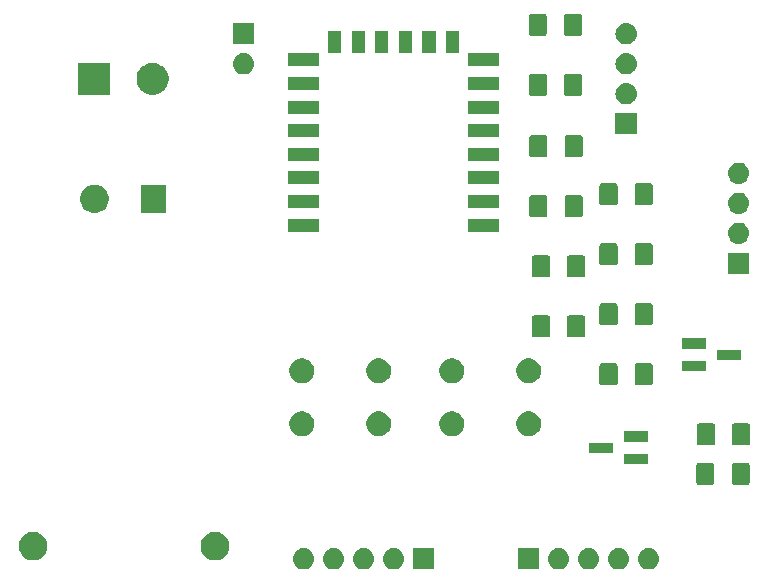
<source format=gts>
G04 #@! TF.GenerationSoftware,KiCad,Pcbnew,(5.1.2)-1*
G04 #@! TF.CreationDate,2019-12-22T13:40:19+06:00*
G04 #@! TF.ProjectId,esp12e-simple-board,65737031-3265-42d7-9369-6d706c652d62,rev?*
G04 #@! TF.SameCoordinates,Original*
G04 #@! TF.FileFunction,Soldermask,Top*
G04 #@! TF.FilePolarity,Negative*
%FSLAX46Y46*%
G04 Gerber Fmt 4.6, Leading zero omitted, Abs format (unit mm)*
G04 Created by KiCad (PCBNEW (5.1.2)-1) date 2019-12-22 13:40:19*
%MOMM*%
%LPD*%
G04 APERTURE LIST*
%ADD10C,0.100000*%
G04 APERTURE END LIST*
D10*
G36*
X67420442Y-58795518D02*
G01*
X67486627Y-58802037D01*
X67656466Y-58853557D01*
X67812991Y-58937222D01*
X67848729Y-58966552D01*
X67950186Y-59049814D01*
X68033448Y-59151271D01*
X68062778Y-59187009D01*
X68146443Y-59343534D01*
X68197963Y-59513373D01*
X68215359Y-59690000D01*
X68197963Y-59866627D01*
X68146443Y-60036466D01*
X68062778Y-60192991D01*
X68033448Y-60228729D01*
X67950186Y-60330186D01*
X67848729Y-60413448D01*
X67812991Y-60442778D01*
X67656466Y-60526443D01*
X67486627Y-60577963D01*
X67420443Y-60584481D01*
X67354260Y-60591000D01*
X67265740Y-60591000D01*
X67199557Y-60584481D01*
X67133373Y-60577963D01*
X66963534Y-60526443D01*
X66807009Y-60442778D01*
X66771271Y-60413448D01*
X66669814Y-60330186D01*
X66586552Y-60228729D01*
X66557222Y-60192991D01*
X66473557Y-60036466D01*
X66422037Y-59866627D01*
X66404641Y-59690000D01*
X66422037Y-59513373D01*
X66473557Y-59343534D01*
X66557222Y-59187009D01*
X66586552Y-59151271D01*
X66669814Y-59049814D01*
X66771271Y-58966552D01*
X66807009Y-58937222D01*
X66963534Y-58853557D01*
X67133373Y-58802037D01*
X67199558Y-58795518D01*
X67265740Y-58789000D01*
X67354260Y-58789000D01*
X67420442Y-58795518D01*
X67420442Y-58795518D01*
G37*
G36*
X45830442Y-58795518D02*
G01*
X45896627Y-58802037D01*
X46066466Y-58853557D01*
X46222991Y-58937222D01*
X46258729Y-58966552D01*
X46360186Y-59049814D01*
X46443448Y-59151271D01*
X46472778Y-59187009D01*
X46556443Y-59343534D01*
X46607963Y-59513373D01*
X46625359Y-59690000D01*
X46607963Y-59866627D01*
X46556443Y-60036466D01*
X46472778Y-60192991D01*
X46443448Y-60228729D01*
X46360186Y-60330186D01*
X46258729Y-60413448D01*
X46222991Y-60442778D01*
X46066466Y-60526443D01*
X45896627Y-60577963D01*
X45830443Y-60584481D01*
X45764260Y-60591000D01*
X45675740Y-60591000D01*
X45609557Y-60584481D01*
X45543373Y-60577963D01*
X45373534Y-60526443D01*
X45217009Y-60442778D01*
X45181271Y-60413448D01*
X45079814Y-60330186D01*
X44996552Y-60228729D01*
X44967222Y-60192991D01*
X44883557Y-60036466D01*
X44832037Y-59866627D01*
X44814641Y-59690000D01*
X44832037Y-59513373D01*
X44883557Y-59343534D01*
X44967222Y-59187009D01*
X44996552Y-59151271D01*
X45079814Y-59049814D01*
X45181271Y-58966552D01*
X45217009Y-58937222D01*
X45373534Y-58853557D01*
X45543373Y-58802037D01*
X45609558Y-58795518D01*
X45675740Y-58789000D01*
X45764260Y-58789000D01*
X45830442Y-58795518D01*
X45830442Y-58795518D01*
G37*
G36*
X49161000Y-60591000D02*
G01*
X47359000Y-60591000D01*
X47359000Y-58789000D01*
X49161000Y-58789000D01*
X49161000Y-60591000D01*
X49161000Y-60591000D01*
G37*
G36*
X43290442Y-58795518D02*
G01*
X43356627Y-58802037D01*
X43526466Y-58853557D01*
X43682991Y-58937222D01*
X43718729Y-58966552D01*
X43820186Y-59049814D01*
X43903448Y-59151271D01*
X43932778Y-59187009D01*
X44016443Y-59343534D01*
X44067963Y-59513373D01*
X44085359Y-59690000D01*
X44067963Y-59866627D01*
X44016443Y-60036466D01*
X43932778Y-60192991D01*
X43903448Y-60228729D01*
X43820186Y-60330186D01*
X43718729Y-60413448D01*
X43682991Y-60442778D01*
X43526466Y-60526443D01*
X43356627Y-60577963D01*
X43290443Y-60584481D01*
X43224260Y-60591000D01*
X43135740Y-60591000D01*
X43069557Y-60584481D01*
X43003373Y-60577963D01*
X42833534Y-60526443D01*
X42677009Y-60442778D01*
X42641271Y-60413448D01*
X42539814Y-60330186D01*
X42456552Y-60228729D01*
X42427222Y-60192991D01*
X42343557Y-60036466D01*
X42292037Y-59866627D01*
X42274641Y-59690000D01*
X42292037Y-59513373D01*
X42343557Y-59343534D01*
X42427222Y-59187009D01*
X42456552Y-59151271D01*
X42539814Y-59049814D01*
X42641271Y-58966552D01*
X42677009Y-58937222D01*
X42833534Y-58853557D01*
X43003373Y-58802037D01*
X43069558Y-58795518D01*
X43135740Y-58789000D01*
X43224260Y-58789000D01*
X43290442Y-58795518D01*
X43290442Y-58795518D01*
G37*
G36*
X40750442Y-58795518D02*
G01*
X40816627Y-58802037D01*
X40986466Y-58853557D01*
X41142991Y-58937222D01*
X41178729Y-58966552D01*
X41280186Y-59049814D01*
X41363448Y-59151271D01*
X41392778Y-59187009D01*
X41476443Y-59343534D01*
X41527963Y-59513373D01*
X41545359Y-59690000D01*
X41527963Y-59866627D01*
X41476443Y-60036466D01*
X41392778Y-60192991D01*
X41363448Y-60228729D01*
X41280186Y-60330186D01*
X41178729Y-60413448D01*
X41142991Y-60442778D01*
X40986466Y-60526443D01*
X40816627Y-60577963D01*
X40750443Y-60584481D01*
X40684260Y-60591000D01*
X40595740Y-60591000D01*
X40529557Y-60584481D01*
X40463373Y-60577963D01*
X40293534Y-60526443D01*
X40137009Y-60442778D01*
X40101271Y-60413448D01*
X39999814Y-60330186D01*
X39916552Y-60228729D01*
X39887222Y-60192991D01*
X39803557Y-60036466D01*
X39752037Y-59866627D01*
X39734641Y-59690000D01*
X39752037Y-59513373D01*
X39803557Y-59343534D01*
X39887222Y-59187009D01*
X39916552Y-59151271D01*
X39999814Y-59049814D01*
X40101271Y-58966552D01*
X40137009Y-58937222D01*
X40293534Y-58853557D01*
X40463373Y-58802037D01*
X40529558Y-58795518D01*
X40595740Y-58789000D01*
X40684260Y-58789000D01*
X40750442Y-58795518D01*
X40750442Y-58795518D01*
G37*
G36*
X38210442Y-58795518D02*
G01*
X38276627Y-58802037D01*
X38446466Y-58853557D01*
X38602991Y-58937222D01*
X38638729Y-58966552D01*
X38740186Y-59049814D01*
X38823448Y-59151271D01*
X38852778Y-59187009D01*
X38936443Y-59343534D01*
X38987963Y-59513373D01*
X39005359Y-59690000D01*
X38987963Y-59866627D01*
X38936443Y-60036466D01*
X38852778Y-60192991D01*
X38823448Y-60228729D01*
X38740186Y-60330186D01*
X38638729Y-60413448D01*
X38602991Y-60442778D01*
X38446466Y-60526443D01*
X38276627Y-60577963D01*
X38210443Y-60584481D01*
X38144260Y-60591000D01*
X38055740Y-60591000D01*
X37989557Y-60584481D01*
X37923373Y-60577963D01*
X37753534Y-60526443D01*
X37597009Y-60442778D01*
X37561271Y-60413448D01*
X37459814Y-60330186D01*
X37376552Y-60228729D01*
X37347222Y-60192991D01*
X37263557Y-60036466D01*
X37212037Y-59866627D01*
X37194641Y-59690000D01*
X37212037Y-59513373D01*
X37263557Y-59343534D01*
X37347222Y-59187009D01*
X37376552Y-59151271D01*
X37459814Y-59049814D01*
X37561271Y-58966552D01*
X37597009Y-58937222D01*
X37753534Y-58853557D01*
X37923373Y-58802037D01*
X37989558Y-58795518D01*
X38055740Y-58789000D01*
X38144260Y-58789000D01*
X38210442Y-58795518D01*
X38210442Y-58795518D01*
G37*
G36*
X59800442Y-58795518D02*
G01*
X59866627Y-58802037D01*
X60036466Y-58853557D01*
X60192991Y-58937222D01*
X60228729Y-58966552D01*
X60330186Y-59049814D01*
X60413448Y-59151271D01*
X60442778Y-59187009D01*
X60526443Y-59343534D01*
X60577963Y-59513373D01*
X60595359Y-59690000D01*
X60577963Y-59866627D01*
X60526443Y-60036466D01*
X60442778Y-60192991D01*
X60413448Y-60228729D01*
X60330186Y-60330186D01*
X60228729Y-60413448D01*
X60192991Y-60442778D01*
X60036466Y-60526443D01*
X59866627Y-60577963D01*
X59800443Y-60584481D01*
X59734260Y-60591000D01*
X59645740Y-60591000D01*
X59579557Y-60584481D01*
X59513373Y-60577963D01*
X59343534Y-60526443D01*
X59187009Y-60442778D01*
X59151271Y-60413448D01*
X59049814Y-60330186D01*
X58966552Y-60228729D01*
X58937222Y-60192991D01*
X58853557Y-60036466D01*
X58802037Y-59866627D01*
X58784641Y-59690000D01*
X58802037Y-59513373D01*
X58853557Y-59343534D01*
X58937222Y-59187009D01*
X58966552Y-59151271D01*
X59049814Y-59049814D01*
X59151271Y-58966552D01*
X59187009Y-58937222D01*
X59343534Y-58853557D01*
X59513373Y-58802037D01*
X59579558Y-58795518D01*
X59645740Y-58789000D01*
X59734260Y-58789000D01*
X59800442Y-58795518D01*
X59800442Y-58795518D01*
G37*
G36*
X58051000Y-60591000D02*
G01*
X56249000Y-60591000D01*
X56249000Y-58789000D01*
X58051000Y-58789000D01*
X58051000Y-60591000D01*
X58051000Y-60591000D01*
G37*
G36*
X64880442Y-58795518D02*
G01*
X64946627Y-58802037D01*
X65116466Y-58853557D01*
X65272991Y-58937222D01*
X65308729Y-58966552D01*
X65410186Y-59049814D01*
X65493448Y-59151271D01*
X65522778Y-59187009D01*
X65606443Y-59343534D01*
X65657963Y-59513373D01*
X65675359Y-59690000D01*
X65657963Y-59866627D01*
X65606443Y-60036466D01*
X65522778Y-60192991D01*
X65493448Y-60228729D01*
X65410186Y-60330186D01*
X65308729Y-60413448D01*
X65272991Y-60442778D01*
X65116466Y-60526443D01*
X64946627Y-60577963D01*
X64880443Y-60584481D01*
X64814260Y-60591000D01*
X64725740Y-60591000D01*
X64659557Y-60584481D01*
X64593373Y-60577963D01*
X64423534Y-60526443D01*
X64267009Y-60442778D01*
X64231271Y-60413448D01*
X64129814Y-60330186D01*
X64046552Y-60228729D01*
X64017222Y-60192991D01*
X63933557Y-60036466D01*
X63882037Y-59866627D01*
X63864641Y-59690000D01*
X63882037Y-59513373D01*
X63933557Y-59343534D01*
X64017222Y-59187009D01*
X64046552Y-59151271D01*
X64129814Y-59049814D01*
X64231271Y-58966552D01*
X64267009Y-58937222D01*
X64423534Y-58853557D01*
X64593373Y-58802037D01*
X64659558Y-58795518D01*
X64725740Y-58789000D01*
X64814260Y-58789000D01*
X64880442Y-58795518D01*
X64880442Y-58795518D01*
G37*
G36*
X62340442Y-58795518D02*
G01*
X62406627Y-58802037D01*
X62576466Y-58853557D01*
X62732991Y-58937222D01*
X62768729Y-58966552D01*
X62870186Y-59049814D01*
X62953448Y-59151271D01*
X62982778Y-59187009D01*
X63066443Y-59343534D01*
X63117963Y-59513373D01*
X63135359Y-59690000D01*
X63117963Y-59866627D01*
X63066443Y-60036466D01*
X62982778Y-60192991D01*
X62953448Y-60228729D01*
X62870186Y-60330186D01*
X62768729Y-60413448D01*
X62732991Y-60442778D01*
X62576466Y-60526443D01*
X62406627Y-60577963D01*
X62340443Y-60584481D01*
X62274260Y-60591000D01*
X62185740Y-60591000D01*
X62119557Y-60584481D01*
X62053373Y-60577963D01*
X61883534Y-60526443D01*
X61727009Y-60442778D01*
X61691271Y-60413448D01*
X61589814Y-60330186D01*
X61506552Y-60228729D01*
X61477222Y-60192991D01*
X61393557Y-60036466D01*
X61342037Y-59866627D01*
X61324641Y-59690000D01*
X61342037Y-59513373D01*
X61393557Y-59343534D01*
X61477222Y-59187009D01*
X61506552Y-59151271D01*
X61589814Y-59049814D01*
X61691271Y-58966552D01*
X61727009Y-58937222D01*
X61883534Y-58853557D01*
X62053373Y-58802037D01*
X62119558Y-58795518D01*
X62185740Y-58789000D01*
X62274260Y-58789000D01*
X62340442Y-58795518D01*
X62340442Y-58795518D01*
G37*
G36*
X15550318Y-57455153D02*
G01*
X15768885Y-57545687D01*
X15768887Y-57545688D01*
X15965593Y-57677122D01*
X16132878Y-57844407D01*
X16264312Y-58041113D01*
X16264313Y-58041115D01*
X16354847Y-58259682D01*
X16401000Y-58491710D01*
X16401000Y-58728290D01*
X16354847Y-58960318D01*
X16264313Y-59178885D01*
X16264312Y-59178887D01*
X16132878Y-59375593D01*
X15965593Y-59542878D01*
X15768887Y-59674312D01*
X15768886Y-59674313D01*
X15768885Y-59674313D01*
X15550318Y-59764847D01*
X15318290Y-59811000D01*
X15081710Y-59811000D01*
X14849682Y-59764847D01*
X14631115Y-59674313D01*
X14631114Y-59674313D01*
X14631113Y-59674312D01*
X14434407Y-59542878D01*
X14267122Y-59375593D01*
X14135688Y-59178887D01*
X14135687Y-59178885D01*
X14045153Y-58960318D01*
X13999000Y-58728290D01*
X13999000Y-58491710D01*
X14045153Y-58259682D01*
X14135687Y-58041115D01*
X14135688Y-58041113D01*
X14267122Y-57844407D01*
X14434407Y-57677122D01*
X14631113Y-57545688D01*
X14631115Y-57545687D01*
X14849682Y-57455153D01*
X15081710Y-57409000D01*
X15318290Y-57409000D01*
X15550318Y-57455153D01*
X15550318Y-57455153D01*
G37*
G36*
X30950318Y-57455153D02*
G01*
X31168885Y-57545687D01*
X31168887Y-57545688D01*
X31365593Y-57677122D01*
X31532878Y-57844407D01*
X31664312Y-58041113D01*
X31664313Y-58041115D01*
X31754847Y-58259682D01*
X31801000Y-58491710D01*
X31801000Y-58728290D01*
X31754847Y-58960318D01*
X31664313Y-59178885D01*
X31664312Y-59178887D01*
X31532878Y-59375593D01*
X31365593Y-59542878D01*
X31168887Y-59674312D01*
X31168886Y-59674313D01*
X31168885Y-59674313D01*
X30950318Y-59764847D01*
X30718290Y-59811000D01*
X30481710Y-59811000D01*
X30249682Y-59764847D01*
X30031115Y-59674313D01*
X30031114Y-59674313D01*
X30031113Y-59674312D01*
X29834407Y-59542878D01*
X29667122Y-59375593D01*
X29535688Y-59178887D01*
X29535687Y-59178885D01*
X29445153Y-58960318D01*
X29399000Y-58728290D01*
X29399000Y-58491710D01*
X29445153Y-58259682D01*
X29535687Y-58041115D01*
X29535688Y-58041113D01*
X29667122Y-57844407D01*
X29834407Y-57677122D01*
X30031113Y-57545688D01*
X30031115Y-57545687D01*
X30249682Y-57455153D01*
X30481710Y-57409000D01*
X30718290Y-57409000D01*
X30950318Y-57455153D01*
X30950318Y-57455153D01*
G37*
G36*
X75715562Y-51567181D02*
G01*
X75750481Y-51577774D01*
X75782663Y-51594976D01*
X75810873Y-51618127D01*
X75834024Y-51646337D01*
X75851226Y-51678519D01*
X75861819Y-51713438D01*
X75866000Y-51755895D01*
X75866000Y-53222105D01*
X75861819Y-53264562D01*
X75851226Y-53299481D01*
X75834024Y-53331663D01*
X75810873Y-53359873D01*
X75782663Y-53383024D01*
X75750481Y-53400226D01*
X75715562Y-53410819D01*
X75673105Y-53415000D01*
X74531895Y-53415000D01*
X74489438Y-53410819D01*
X74454519Y-53400226D01*
X74422337Y-53383024D01*
X74394127Y-53359873D01*
X74370976Y-53331663D01*
X74353774Y-53299481D01*
X74343181Y-53264562D01*
X74339000Y-53222105D01*
X74339000Y-51755895D01*
X74343181Y-51713438D01*
X74353774Y-51678519D01*
X74370976Y-51646337D01*
X74394127Y-51618127D01*
X74422337Y-51594976D01*
X74454519Y-51577774D01*
X74489438Y-51567181D01*
X74531895Y-51563000D01*
X75673105Y-51563000D01*
X75715562Y-51567181D01*
X75715562Y-51567181D01*
G37*
G36*
X72740562Y-51567181D02*
G01*
X72775481Y-51577774D01*
X72807663Y-51594976D01*
X72835873Y-51618127D01*
X72859024Y-51646337D01*
X72876226Y-51678519D01*
X72886819Y-51713438D01*
X72891000Y-51755895D01*
X72891000Y-53222105D01*
X72886819Y-53264562D01*
X72876226Y-53299481D01*
X72859024Y-53331663D01*
X72835873Y-53359873D01*
X72807663Y-53383024D01*
X72775481Y-53400226D01*
X72740562Y-53410819D01*
X72698105Y-53415000D01*
X71556895Y-53415000D01*
X71514438Y-53410819D01*
X71479519Y-53400226D01*
X71447337Y-53383024D01*
X71419127Y-53359873D01*
X71395976Y-53331663D01*
X71378774Y-53299481D01*
X71368181Y-53264562D01*
X71364000Y-53222105D01*
X71364000Y-51755895D01*
X71368181Y-51713438D01*
X71378774Y-51678519D01*
X71395976Y-51646337D01*
X71419127Y-51618127D01*
X71447337Y-51594976D01*
X71479519Y-51577774D01*
X71514438Y-51567181D01*
X71556895Y-51563000D01*
X72698105Y-51563000D01*
X72740562Y-51567181D01*
X72740562Y-51567181D01*
G37*
G36*
X67271000Y-51693000D02*
G01*
X65269000Y-51693000D01*
X65269000Y-50791000D01*
X67271000Y-50791000D01*
X67271000Y-51693000D01*
X67271000Y-51693000D01*
G37*
G36*
X64271000Y-50743000D02*
G01*
X62269000Y-50743000D01*
X62269000Y-49841000D01*
X64271000Y-49841000D01*
X64271000Y-50743000D01*
X64271000Y-50743000D01*
G37*
G36*
X72785562Y-48227181D02*
G01*
X72820481Y-48237774D01*
X72852663Y-48254976D01*
X72880873Y-48278127D01*
X72904024Y-48306337D01*
X72921226Y-48338519D01*
X72931819Y-48373438D01*
X72936000Y-48415895D01*
X72936000Y-49882105D01*
X72931819Y-49924562D01*
X72921226Y-49959481D01*
X72904024Y-49991663D01*
X72880873Y-50019873D01*
X72852663Y-50043024D01*
X72820481Y-50060226D01*
X72785562Y-50070819D01*
X72743105Y-50075000D01*
X71601895Y-50075000D01*
X71559438Y-50070819D01*
X71524519Y-50060226D01*
X71492337Y-50043024D01*
X71464127Y-50019873D01*
X71440976Y-49991663D01*
X71423774Y-49959481D01*
X71413181Y-49924562D01*
X71409000Y-49882105D01*
X71409000Y-48415895D01*
X71413181Y-48373438D01*
X71423774Y-48338519D01*
X71440976Y-48306337D01*
X71464127Y-48278127D01*
X71492337Y-48254976D01*
X71524519Y-48237774D01*
X71559438Y-48227181D01*
X71601895Y-48223000D01*
X72743105Y-48223000D01*
X72785562Y-48227181D01*
X72785562Y-48227181D01*
G37*
G36*
X75760562Y-48227181D02*
G01*
X75795481Y-48237774D01*
X75827663Y-48254976D01*
X75855873Y-48278127D01*
X75879024Y-48306337D01*
X75896226Y-48338519D01*
X75906819Y-48373438D01*
X75911000Y-48415895D01*
X75911000Y-49882105D01*
X75906819Y-49924562D01*
X75896226Y-49959481D01*
X75879024Y-49991663D01*
X75855873Y-50019873D01*
X75827663Y-50043024D01*
X75795481Y-50060226D01*
X75760562Y-50070819D01*
X75718105Y-50075000D01*
X74576895Y-50075000D01*
X74534438Y-50070819D01*
X74499519Y-50060226D01*
X74467337Y-50043024D01*
X74439127Y-50019873D01*
X74415976Y-49991663D01*
X74398774Y-49959481D01*
X74388181Y-49924562D01*
X74384000Y-49882105D01*
X74384000Y-48415895D01*
X74388181Y-48373438D01*
X74398774Y-48338519D01*
X74415976Y-48306337D01*
X74439127Y-48278127D01*
X74467337Y-48254976D01*
X74499519Y-48237774D01*
X74534438Y-48227181D01*
X74576895Y-48223000D01*
X75718105Y-48223000D01*
X75760562Y-48227181D01*
X75760562Y-48227181D01*
G37*
G36*
X67271000Y-49793000D02*
G01*
X65269000Y-49793000D01*
X65269000Y-48891000D01*
X67271000Y-48891000D01*
X67271000Y-49793000D01*
X67271000Y-49793000D01*
G37*
G36*
X57456564Y-47249389D02*
G01*
X57647833Y-47328615D01*
X57647835Y-47328616D01*
X57819973Y-47443635D01*
X57966365Y-47590027D01*
X58081385Y-47762167D01*
X58160611Y-47953436D01*
X58201000Y-48156484D01*
X58201000Y-48363516D01*
X58160611Y-48566564D01*
X58081385Y-48757833D01*
X58081384Y-48757835D01*
X57966365Y-48929973D01*
X57819973Y-49076365D01*
X57647835Y-49191384D01*
X57647834Y-49191385D01*
X57647833Y-49191385D01*
X57456564Y-49270611D01*
X57253516Y-49311000D01*
X57046484Y-49311000D01*
X56843436Y-49270611D01*
X56652167Y-49191385D01*
X56652166Y-49191385D01*
X56652165Y-49191384D01*
X56480027Y-49076365D01*
X56333635Y-48929973D01*
X56218616Y-48757835D01*
X56218615Y-48757833D01*
X56139389Y-48566564D01*
X56099000Y-48363516D01*
X56099000Y-48156484D01*
X56139389Y-47953436D01*
X56218615Y-47762167D01*
X56333635Y-47590027D01*
X56480027Y-47443635D01*
X56652165Y-47328616D01*
X56652167Y-47328615D01*
X56843436Y-47249389D01*
X57046484Y-47209000D01*
X57253516Y-47209000D01*
X57456564Y-47249389D01*
X57456564Y-47249389D01*
G37*
G36*
X50956564Y-47249389D02*
G01*
X51147833Y-47328615D01*
X51147835Y-47328616D01*
X51319973Y-47443635D01*
X51466365Y-47590027D01*
X51581385Y-47762167D01*
X51660611Y-47953436D01*
X51701000Y-48156484D01*
X51701000Y-48363516D01*
X51660611Y-48566564D01*
X51581385Y-48757833D01*
X51581384Y-48757835D01*
X51466365Y-48929973D01*
X51319973Y-49076365D01*
X51147835Y-49191384D01*
X51147834Y-49191385D01*
X51147833Y-49191385D01*
X50956564Y-49270611D01*
X50753516Y-49311000D01*
X50546484Y-49311000D01*
X50343436Y-49270611D01*
X50152167Y-49191385D01*
X50152166Y-49191385D01*
X50152165Y-49191384D01*
X49980027Y-49076365D01*
X49833635Y-48929973D01*
X49718616Y-48757835D01*
X49718615Y-48757833D01*
X49639389Y-48566564D01*
X49599000Y-48363516D01*
X49599000Y-48156484D01*
X49639389Y-47953436D01*
X49718615Y-47762167D01*
X49833635Y-47590027D01*
X49980027Y-47443635D01*
X50152165Y-47328616D01*
X50152167Y-47328615D01*
X50343436Y-47249389D01*
X50546484Y-47209000D01*
X50753516Y-47209000D01*
X50956564Y-47249389D01*
X50956564Y-47249389D01*
G37*
G36*
X44756564Y-47249389D02*
G01*
X44947833Y-47328615D01*
X44947835Y-47328616D01*
X45119973Y-47443635D01*
X45266365Y-47590027D01*
X45381385Y-47762167D01*
X45460611Y-47953436D01*
X45501000Y-48156484D01*
X45501000Y-48363516D01*
X45460611Y-48566564D01*
X45381385Y-48757833D01*
X45381384Y-48757835D01*
X45266365Y-48929973D01*
X45119973Y-49076365D01*
X44947835Y-49191384D01*
X44947834Y-49191385D01*
X44947833Y-49191385D01*
X44756564Y-49270611D01*
X44553516Y-49311000D01*
X44346484Y-49311000D01*
X44143436Y-49270611D01*
X43952167Y-49191385D01*
X43952166Y-49191385D01*
X43952165Y-49191384D01*
X43780027Y-49076365D01*
X43633635Y-48929973D01*
X43518616Y-48757835D01*
X43518615Y-48757833D01*
X43439389Y-48566564D01*
X43399000Y-48363516D01*
X43399000Y-48156484D01*
X43439389Y-47953436D01*
X43518615Y-47762167D01*
X43633635Y-47590027D01*
X43780027Y-47443635D01*
X43952165Y-47328616D01*
X43952167Y-47328615D01*
X44143436Y-47249389D01*
X44346484Y-47209000D01*
X44553516Y-47209000D01*
X44756564Y-47249389D01*
X44756564Y-47249389D01*
G37*
G36*
X38256564Y-47249389D02*
G01*
X38447833Y-47328615D01*
X38447835Y-47328616D01*
X38619973Y-47443635D01*
X38766365Y-47590027D01*
X38881385Y-47762167D01*
X38960611Y-47953436D01*
X39001000Y-48156484D01*
X39001000Y-48363516D01*
X38960611Y-48566564D01*
X38881385Y-48757833D01*
X38881384Y-48757835D01*
X38766365Y-48929973D01*
X38619973Y-49076365D01*
X38447835Y-49191384D01*
X38447834Y-49191385D01*
X38447833Y-49191385D01*
X38256564Y-49270611D01*
X38053516Y-49311000D01*
X37846484Y-49311000D01*
X37643436Y-49270611D01*
X37452167Y-49191385D01*
X37452166Y-49191385D01*
X37452165Y-49191384D01*
X37280027Y-49076365D01*
X37133635Y-48929973D01*
X37018616Y-48757835D01*
X37018615Y-48757833D01*
X36939389Y-48566564D01*
X36899000Y-48363516D01*
X36899000Y-48156484D01*
X36939389Y-47953436D01*
X37018615Y-47762167D01*
X37133635Y-47590027D01*
X37280027Y-47443635D01*
X37452165Y-47328616D01*
X37452167Y-47328615D01*
X37643436Y-47249389D01*
X37846484Y-47209000D01*
X38053516Y-47209000D01*
X38256564Y-47249389D01*
X38256564Y-47249389D01*
G37*
G36*
X64530562Y-43147181D02*
G01*
X64565481Y-43157774D01*
X64597663Y-43174976D01*
X64625873Y-43198127D01*
X64649024Y-43226337D01*
X64666226Y-43258519D01*
X64676819Y-43293438D01*
X64681000Y-43335895D01*
X64681000Y-44802105D01*
X64676819Y-44844562D01*
X64666226Y-44879481D01*
X64649024Y-44911663D01*
X64625873Y-44939873D01*
X64597663Y-44963024D01*
X64565481Y-44980226D01*
X64530562Y-44990819D01*
X64488105Y-44995000D01*
X63346895Y-44995000D01*
X63304438Y-44990819D01*
X63269519Y-44980226D01*
X63237337Y-44963024D01*
X63209127Y-44939873D01*
X63185976Y-44911663D01*
X63168774Y-44879481D01*
X63158181Y-44844562D01*
X63154000Y-44802105D01*
X63154000Y-43335895D01*
X63158181Y-43293438D01*
X63168774Y-43258519D01*
X63185976Y-43226337D01*
X63209127Y-43198127D01*
X63237337Y-43174976D01*
X63269519Y-43157774D01*
X63304438Y-43147181D01*
X63346895Y-43143000D01*
X64488105Y-43143000D01*
X64530562Y-43147181D01*
X64530562Y-43147181D01*
G37*
G36*
X67505562Y-43147181D02*
G01*
X67540481Y-43157774D01*
X67572663Y-43174976D01*
X67600873Y-43198127D01*
X67624024Y-43226337D01*
X67641226Y-43258519D01*
X67651819Y-43293438D01*
X67656000Y-43335895D01*
X67656000Y-44802105D01*
X67651819Y-44844562D01*
X67641226Y-44879481D01*
X67624024Y-44911663D01*
X67600873Y-44939873D01*
X67572663Y-44963024D01*
X67540481Y-44980226D01*
X67505562Y-44990819D01*
X67463105Y-44995000D01*
X66321895Y-44995000D01*
X66279438Y-44990819D01*
X66244519Y-44980226D01*
X66212337Y-44963024D01*
X66184127Y-44939873D01*
X66160976Y-44911663D01*
X66143774Y-44879481D01*
X66133181Y-44844562D01*
X66129000Y-44802105D01*
X66129000Y-43335895D01*
X66133181Y-43293438D01*
X66143774Y-43258519D01*
X66160976Y-43226337D01*
X66184127Y-43198127D01*
X66212337Y-43174976D01*
X66244519Y-43157774D01*
X66279438Y-43147181D01*
X66321895Y-43143000D01*
X67463105Y-43143000D01*
X67505562Y-43147181D01*
X67505562Y-43147181D01*
G37*
G36*
X38256564Y-42749389D02*
G01*
X38447833Y-42828615D01*
X38447835Y-42828616D01*
X38619973Y-42943635D01*
X38766365Y-43090027D01*
X38881315Y-43262061D01*
X38881385Y-43262167D01*
X38960611Y-43453436D01*
X39001000Y-43656484D01*
X39001000Y-43863516D01*
X38960611Y-44066564D01*
X38881385Y-44257833D01*
X38881384Y-44257835D01*
X38766365Y-44429973D01*
X38619973Y-44576365D01*
X38447835Y-44691384D01*
X38447834Y-44691385D01*
X38447833Y-44691385D01*
X38256564Y-44770611D01*
X38053516Y-44811000D01*
X37846484Y-44811000D01*
X37643436Y-44770611D01*
X37452167Y-44691385D01*
X37452166Y-44691385D01*
X37452165Y-44691384D01*
X37280027Y-44576365D01*
X37133635Y-44429973D01*
X37018616Y-44257835D01*
X37018615Y-44257833D01*
X36939389Y-44066564D01*
X36899000Y-43863516D01*
X36899000Y-43656484D01*
X36939389Y-43453436D01*
X37018615Y-43262167D01*
X37018686Y-43262061D01*
X37133635Y-43090027D01*
X37280027Y-42943635D01*
X37452165Y-42828616D01*
X37452167Y-42828615D01*
X37643436Y-42749389D01*
X37846484Y-42709000D01*
X38053516Y-42709000D01*
X38256564Y-42749389D01*
X38256564Y-42749389D01*
G37*
G36*
X50956564Y-42749389D02*
G01*
X51147833Y-42828615D01*
X51147835Y-42828616D01*
X51319973Y-42943635D01*
X51466365Y-43090027D01*
X51581315Y-43262061D01*
X51581385Y-43262167D01*
X51660611Y-43453436D01*
X51701000Y-43656484D01*
X51701000Y-43863516D01*
X51660611Y-44066564D01*
X51581385Y-44257833D01*
X51581384Y-44257835D01*
X51466365Y-44429973D01*
X51319973Y-44576365D01*
X51147835Y-44691384D01*
X51147834Y-44691385D01*
X51147833Y-44691385D01*
X50956564Y-44770611D01*
X50753516Y-44811000D01*
X50546484Y-44811000D01*
X50343436Y-44770611D01*
X50152167Y-44691385D01*
X50152166Y-44691385D01*
X50152165Y-44691384D01*
X49980027Y-44576365D01*
X49833635Y-44429973D01*
X49718616Y-44257835D01*
X49718615Y-44257833D01*
X49639389Y-44066564D01*
X49599000Y-43863516D01*
X49599000Y-43656484D01*
X49639389Y-43453436D01*
X49718615Y-43262167D01*
X49718686Y-43262061D01*
X49833635Y-43090027D01*
X49980027Y-42943635D01*
X50152165Y-42828616D01*
X50152167Y-42828615D01*
X50343436Y-42749389D01*
X50546484Y-42709000D01*
X50753516Y-42709000D01*
X50956564Y-42749389D01*
X50956564Y-42749389D01*
G37*
G36*
X44756564Y-42749389D02*
G01*
X44947833Y-42828615D01*
X44947835Y-42828616D01*
X45119973Y-42943635D01*
X45266365Y-43090027D01*
X45381315Y-43262061D01*
X45381385Y-43262167D01*
X45460611Y-43453436D01*
X45501000Y-43656484D01*
X45501000Y-43863516D01*
X45460611Y-44066564D01*
X45381385Y-44257833D01*
X45381384Y-44257835D01*
X45266365Y-44429973D01*
X45119973Y-44576365D01*
X44947835Y-44691384D01*
X44947834Y-44691385D01*
X44947833Y-44691385D01*
X44756564Y-44770611D01*
X44553516Y-44811000D01*
X44346484Y-44811000D01*
X44143436Y-44770611D01*
X43952167Y-44691385D01*
X43952166Y-44691385D01*
X43952165Y-44691384D01*
X43780027Y-44576365D01*
X43633635Y-44429973D01*
X43518616Y-44257835D01*
X43518615Y-44257833D01*
X43439389Y-44066564D01*
X43399000Y-43863516D01*
X43399000Y-43656484D01*
X43439389Y-43453436D01*
X43518615Y-43262167D01*
X43518686Y-43262061D01*
X43633635Y-43090027D01*
X43780027Y-42943635D01*
X43952165Y-42828616D01*
X43952167Y-42828615D01*
X44143436Y-42749389D01*
X44346484Y-42709000D01*
X44553516Y-42709000D01*
X44756564Y-42749389D01*
X44756564Y-42749389D01*
G37*
G36*
X57456564Y-42749389D02*
G01*
X57647833Y-42828615D01*
X57647835Y-42828616D01*
X57819973Y-42943635D01*
X57966365Y-43090027D01*
X58081315Y-43262061D01*
X58081385Y-43262167D01*
X58160611Y-43453436D01*
X58201000Y-43656484D01*
X58201000Y-43863516D01*
X58160611Y-44066564D01*
X58081385Y-44257833D01*
X58081384Y-44257835D01*
X57966365Y-44429973D01*
X57819973Y-44576365D01*
X57647835Y-44691384D01*
X57647834Y-44691385D01*
X57647833Y-44691385D01*
X57456564Y-44770611D01*
X57253516Y-44811000D01*
X57046484Y-44811000D01*
X56843436Y-44770611D01*
X56652167Y-44691385D01*
X56652166Y-44691385D01*
X56652165Y-44691384D01*
X56480027Y-44576365D01*
X56333635Y-44429973D01*
X56218616Y-44257835D01*
X56218615Y-44257833D01*
X56139389Y-44066564D01*
X56099000Y-43863516D01*
X56099000Y-43656484D01*
X56139389Y-43453436D01*
X56218615Y-43262167D01*
X56218686Y-43262061D01*
X56333635Y-43090027D01*
X56480027Y-42943635D01*
X56652165Y-42828616D01*
X56652167Y-42828615D01*
X56843436Y-42749389D01*
X57046484Y-42709000D01*
X57253516Y-42709000D01*
X57456564Y-42749389D01*
X57456564Y-42749389D01*
G37*
G36*
X72145000Y-43819000D02*
G01*
X70143000Y-43819000D01*
X70143000Y-42917000D01*
X72145000Y-42917000D01*
X72145000Y-43819000D01*
X72145000Y-43819000D01*
G37*
G36*
X75145000Y-42869000D02*
G01*
X73143000Y-42869000D01*
X73143000Y-41967000D01*
X75145000Y-41967000D01*
X75145000Y-42869000D01*
X75145000Y-42869000D01*
G37*
G36*
X72145000Y-41919000D02*
G01*
X70143000Y-41919000D01*
X70143000Y-41017000D01*
X72145000Y-41017000D01*
X72145000Y-41919000D01*
X72145000Y-41919000D01*
G37*
G36*
X58815562Y-39083181D02*
G01*
X58850481Y-39093774D01*
X58882663Y-39110976D01*
X58910873Y-39134127D01*
X58934024Y-39162337D01*
X58951226Y-39194519D01*
X58961819Y-39229438D01*
X58966000Y-39271895D01*
X58966000Y-40738105D01*
X58961819Y-40780562D01*
X58951226Y-40815481D01*
X58934024Y-40847663D01*
X58910873Y-40875873D01*
X58882663Y-40899024D01*
X58850481Y-40916226D01*
X58815562Y-40926819D01*
X58773105Y-40931000D01*
X57631895Y-40931000D01*
X57589438Y-40926819D01*
X57554519Y-40916226D01*
X57522337Y-40899024D01*
X57494127Y-40875873D01*
X57470976Y-40847663D01*
X57453774Y-40815481D01*
X57443181Y-40780562D01*
X57439000Y-40738105D01*
X57439000Y-39271895D01*
X57443181Y-39229438D01*
X57453774Y-39194519D01*
X57470976Y-39162337D01*
X57494127Y-39134127D01*
X57522337Y-39110976D01*
X57554519Y-39093774D01*
X57589438Y-39083181D01*
X57631895Y-39079000D01*
X58773105Y-39079000D01*
X58815562Y-39083181D01*
X58815562Y-39083181D01*
G37*
G36*
X61790562Y-39083181D02*
G01*
X61825481Y-39093774D01*
X61857663Y-39110976D01*
X61885873Y-39134127D01*
X61909024Y-39162337D01*
X61926226Y-39194519D01*
X61936819Y-39229438D01*
X61941000Y-39271895D01*
X61941000Y-40738105D01*
X61936819Y-40780562D01*
X61926226Y-40815481D01*
X61909024Y-40847663D01*
X61885873Y-40875873D01*
X61857663Y-40899024D01*
X61825481Y-40916226D01*
X61790562Y-40926819D01*
X61748105Y-40931000D01*
X60606895Y-40931000D01*
X60564438Y-40926819D01*
X60529519Y-40916226D01*
X60497337Y-40899024D01*
X60469127Y-40875873D01*
X60445976Y-40847663D01*
X60428774Y-40815481D01*
X60418181Y-40780562D01*
X60414000Y-40738105D01*
X60414000Y-39271895D01*
X60418181Y-39229438D01*
X60428774Y-39194519D01*
X60445976Y-39162337D01*
X60469127Y-39134127D01*
X60497337Y-39110976D01*
X60529519Y-39093774D01*
X60564438Y-39083181D01*
X60606895Y-39079000D01*
X61748105Y-39079000D01*
X61790562Y-39083181D01*
X61790562Y-39083181D01*
G37*
G36*
X64530562Y-38067181D02*
G01*
X64565481Y-38077774D01*
X64597663Y-38094976D01*
X64625873Y-38118127D01*
X64649024Y-38146337D01*
X64666226Y-38178519D01*
X64676819Y-38213438D01*
X64681000Y-38255895D01*
X64681000Y-39722105D01*
X64676819Y-39764562D01*
X64666226Y-39799481D01*
X64649024Y-39831663D01*
X64625873Y-39859873D01*
X64597663Y-39883024D01*
X64565481Y-39900226D01*
X64530562Y-39910819D01*
X64488105Y-39915000D01*
X63346895Y-39915000D01*
X63304438Y-39910819D01*
X63269519Y-39900226D01*
X63237337Y-39883024D01*
X63209127Y-39859873D01*
X63185976Y-39831663D01*
X63168774Y-39799481D01*
X63158181Y-39764562D01*
X63154000Y-39722105D01*
X63154000Y-38255895D01*
X63158181Y-38213438D01*
X63168774Y-38178519D01*
X63185976Y-38146337D01*
X63209127Y-38118127D01*
X63237337Y-38094976D01*
X63269519Y-38077774D01*
X63304438Y-38067181D01*
X63346895Y-38063000D01*
X64488105Y-38063000D01*
X64530562Y-38067181D01*
X64530562Y-38067181D01*
G37*
G36*
X67505562Y-38067181D02*
G01*
X67540481Y-38077774D01*
X67572663Y-38094976D01*
X67600873Y-38118127D01*
X67624024Y-38146337D01*
X67641226Y-38178519D01*
X67651819Y-38213438D01*
X67656000Y-38255895D01*
X67656000Y-39722105D01*
X67651819Y-39764562D01*
X67641226Y-39799481D01*
X67624024Y-39831663D01*
X67600873Y-39859873D01*
X67572663Y-39883024D01*
X67540481Y-39900226D01*
X67505562Y-39910819D01*
X67463105Y-39915000D01*
X66321895Y-39915000D01*
X66279438Y-39910819D01*
X66244519Y-39900226D01*
X66212337Y-39883024D01*
X66184127Y-39859873D01*
X66160976Y-39831663D01*
X66143774Y-39799481D01*
X66133181Y-39764562D01*
X66129000Y-39722105D01*
X66129000Y-38255895D01*
X66133181Y-38213438D01*
X66143774Y-38178519D01*
X66160976Y-38146337D01*
X66184127Y-38118127D01*
X66212337Y-38094976D01*
X66244519Y-38077774D01*
X66279438Y-38067181D01*
X66321895Y-38063000D01*
X67463105Y-38063000D01*
X67505562Y-38067181D01*
X67505562Y-38067181D01*
G37*
G36*
X58815562Y-34003181D02*
G01*
X58850481Y-34013774D01*
X58882663Y-34030976D01*
X58910873Y-34054127D01*
X58934024Y-34082337D01*
X58951226Y-34114519D01*
X58961819Y-34149438D01*
X58966000Y-34191895D01*
X58966000Y-35658105D01*
X58961819Y-35700562D01*
X58951226Y-35735481D01*
X58934024Y-35767663D01*
X58910873Y-35795873D01*
X58882663Y-35819024D01*
X58850481Y-35836226D01*
X58815562Y-35846819D01*
X58773105Y-35851000D01*
X57631895Y-35851000D01*
X57589438Y-35846819D01*
X57554519Y-35836226D01*
X57522337Y-35819024D01*
X57494127Y-35795873D01*
X57470976Y-35767663D01*
X57453774Y-35735481D01*
X57443181Y-35700562D01*
X57439000Y-35658105D01*
X57439000Y-34191895D01*
X57443181Y-34149438D01*
X57453774Y-34114519D01*
X57470976Y-34082337D01*
X57494127Y-34054127D01*
X57522337Y-34030976D01*
X57554519Y-34013774D01*
X57589438Y-34003181D01*
X57631895Y-33999000D01*
X58773105Y-33999000D01*
X58815562Y-34003181D01*
X58815562Y-34003181D01*
G37*
G36*
X61790562Y-34003181D02*
G01*
X61825481Y-34013774D01*
X61857663Y-34030976D01*
X61885873Y-34054127D01*
X61909024Y-34082337D01*
X61926226Y-34114519D01*
X61936819Y-34149438D01*
X61941000Y-34191895D01*
X61941000Y-35658105D01*
X61936819Y-35700562D01*
X61926226Y-35735481D01*
X61909024Y-35767663D01*
X61885873Y-35795873D01*
X61857663Y-35819024D01*
X61825481Y-35836226D01*
X61790562Y-35846819D01*
X61748105Y-35851000D01*
X60606895Y-35851000D01*
X60564438Y-35846819D01*
X60529519Y-35836226D01*
X60497337Y-35819024D01*
X60469127Y-35795873D01*
X60445976Y-35767663D01*
X60428774Y-35735481D01*
X60418181Y-35700562D01*
X60414000Y-35658105D01*
X60414000Y-34191895D01*
X60418181Y-34149438D01*
X60428774Y-34114519D01*
X60445976Y-34082337D01*
X60469127Y-34054127D01*
X60497337Y-34030976D01*
X60529519Y-34013774D01*
X60564438Y-34003181D01*
X60606895Y-33999000D01*
X61748105Y-33999000D01*
X61790562Y-34003181D01*
X61790562Y-34003181D01*
G37*
G36*
X75831000Y-35572000D02*
G01*
X74029000Y-35572000D01*
X74029000Y-33770000D01*
X75831000Y-33770000D01*
X75831000Y-35572000D01*
X75831000Y-35572000D01*
G37*
G36*
X67505562Y-32987181D02*
G01*
X67540481Y-32997774D01*
X67572663Y-33014976D01*
X67600873Y-33038127D01*
X67624024Y-33066337D01*
X67641226Y-33098519D01*
X67651819Y-33133438D01*
X67656000Y-33175895D01*
X67656000Y-34642105D01*
X67651819Y-34684562D01*
X67641226Y-34719481D01*
X67624024Y-34751663D01*
X67600873Y-34779873D01*
X67572663Y-34803024D01*
X67540481Y-34820226D01*
X67505562Y-34830819D01*
X67463105Y-34835000D01*
X66321895Y-34835000D01*
X66279438Y-34830819D01*
X66244519Y-34820226D01*
X66212337Y-34803024D01*
X66184127Y-34779873D01*
X66160976Y-34751663D01*
X66143774Y-34719481D01*
X66133181Y-34684562D01*
X66129000Y-34642105D01*
X66129000Y-33175895D01*
X66133181Y-33133438D01*
X66143774Y-33098519D01*
X66160976Y-33066337D01*
X66184127Y-33038127D01*
X66212337Y-33014976D01*
X66244519Y-32997774D01*
X66279438Y-32987181D01*
X66321895Y-32983000D01*
X67463105Y-32983000D01*
X67505562Y-32987181D01*
X67505562Y-32987181D01*
G37*
G36*
X64530562Y-32987181D02*
G01*
X64565481Y-32997774D01*
X64597663Y-33014976D01*
X64625873Y-33038127D01*
X64649024Y-33066337D01*
X64666226Y-33098519D01*
X64676819Y-33133438D01*
X64681000Y-33175895D01*
X64681000Y-34642105D01*
X64676819Y-34684562D01*
X64666226Y-34719481D01*
X64649024Y-34751663D01*
X64625873Y-34779873D01*
X64597663Y-34803024D01*
X64565481Y-34820226D01*
X64530562Y-34830819D01*
X64488105Y-34835000D01*
X63346895Y-34835000D01*
X63304438Y-34830819D01*
X63269519Y-34820226D01*
X63237337Y-34803024D01*
X63209127Y-34779873D01*
X63185976Y-34751663D01*
X63168774Y-34719481D01*
X63158181Y-34684562D01*
X63154000Y-34642105D01*
X63154000Y-33175895D01*
X63158181Y-33133438D01*
X63168774Y-33098519D01*
X63185976Y-33066337D01*
X63209127Y-33038127D01*
X63237337Y-33014976D01*
X63269519Y-32997774D01*
X63304438Y-32987181D01*
X63346895Y-32983000D01*
X64488105Y-32983000D01*
X64530562Y-32987181D01*
X64530562Y-32987181D01*
G37*
G36*
X75040442Y-31236518D02*
G01*
X75106627Y-31243037D01*
X75276466Y-31294557D01*
X75432991Y-31378222D01*
X75468729Y-31407552D01*
X75570186Y-31490814D01*
X75653448Y-31592271D01*
X75682778Y-31628009D01*
X75766443Y-31784534D01*
X75817963Y-31954373D01*
X75835359Y-32131000D01*
X75817963Y-32307627D01*
X75766443Y-32477466D01*
X75682778Y-32633991D01*
X75653448Y-32669729D01*
X75570186Y-32771186D01*
X75468729Y-32854448D01*
X75432991Y-32883778D01*
X75276466Y-32967443D01*
X75106627Y-33018963D01*
X75040442Y-33025482D01*
X74974260Y-33032000D01*
X74885740Y-33032000D01*
X74819558Y-33025482D01*
X74753373Y-33018963D01*
X74583534Y-32967443D01*
X74427009Y-32883778D01*
X74391271Y-32854448D01*
X74289814Y-32771186D01*
X74206552Y-32669729D01*
X74177222Y-32633991D01*
X74093557Y-32477466D01*
X74042037Y-32307627D01*
X74024641Y-32131000D01*
X74042037Y-31954373D01*
X74093557Y-31784534D01*
X74177222Y-31628009D01*
X74206552Y-31592271D01*
X74289814Y-31490814D01*
X74391271Y-31407552D01*
X74427009Y-31378222D01*
X74583534Y-31294557D01*
X74753373Y-31243037D01*
X74819558Y-31236518D01*
X74885740Y-31230000D01*
X74974260Y-31230000D01*
X75040442Y-31236518D01*
X75040442Y-31236518D01*
G37*
G36*
X54621000Y-31991000D02*
G01*
X52019000Y-31991000D01*
X52019000Y-30889000D01*
X54621000Y-30889000D01*
X54621000Y-31991000D01*
X54621000Y-31991000D01*
G37*
G36*
X39421000Y-31991000D02*
G01*
X36819000Y-31991000D01*
X36819000Y-30889000D01*
X39421000Y-30889000D01*
X39421000Y-31991000D01*
X39421000Y-31991000D01*
G37*
G36*
X61573062Y-28923181D02*
G01*
X61607981Y-28933774D01*
X61640163Y-28950976D01*
X61668373Y-28974127D01*
X61691524Y-29002337D01*
X61708726Y-29034519D01*
X61719319Y-29069438D01*
X61723500Y-29111895D01*
X61723500Y-30578105D01*
X61719319Y-30620562D01*
X61708726Y-30655481D01*
X61691524Y-30687663D01*
X61668373Y-30715873D01*
X61640163Y-30739024D01*
X61607981Y-30756226D01*
X61573062Y-30766819D01*
X61530605Y-30771000D01*
X60389395Y-30771000D01*
X60346938Y-30766819D01*
X60312019Y-30756226D01*
X60279837Y-30739024D01*
X60251627Y-30715873D01*
X60228476Y-30687663D01*
X60211274Y-30655481D01*
X60200681Y-30620562D01*
X60196500Y-30578105D01*
X60196500Y-29111895D01*
X60200681Y-29069438D01*
X60211274Y-29034519D01*
X60228476Y-29002337D01*
X60251627Y-28974127D01*
X60279837Y-28950976D01*
X60312019Y-28933774D01*
X60346938Y-28923181D01*
X60389395Y-28919000D01*
X61530605Y-28919000D01*
X61573062Y-28923181D01*
X61573062Y-28923181D01*
G37*
G36*
X58598062Y-28923181D02*
G01*
X58632981Y-28933774D01*
X58665163Y-28950976D01*
X58693373Y-28974127D01*
X58716524Y-29002337D01*
X58733726Y-29034519D01*
X58744319Y-29069438D01*
X58748500Y-29111895D01*
X58748500Y-30578105D01*
X58744319Y-30620562D01*
X58733726Y-30655481D01*
X58716524Y-30687663D01*
X58693373Y-30715873D01*
X58665163Y-30739024D01*
X58632981Y-30756226D01*
X58598062Y-30766819D01*
X58555605Y-30771000D01*
X57414395Y-30771000D01*
X57371938Y-30766819D01*
X57337019Y-30756226D01*
X57304837Y-30739024D01*
X57276627Y-30715873D01*
X57253476Y-30687663D01*
X57236274Y-30655481D01*
X57225681Y-30620562D01*
X57221500Y-30578105D01*
X57221500Y-29111895D01*
X57225681Y-29069438D01*
X57236274Y-29034519D01*
X57253476Y-29002337D01*
X57276627Y-28974127D01*
X57304837Y-28950976D01*
X57337019Y-28933774D01*
X57371938Y-28923181D01*
X57414395Y-28919000D01*
X58555605Y-28919000D01*
X58598062Y-28923181D01*
X58598062Y-28923181D01*
G37*
G36*
X75040442Y-28696518D02*
G01*
X75106627Y-28703037D01*
X75276466Y-28754557D01*
X75432991Y-28838222D01*
X75459140Y-28859682D01*
X75570186Y-28950814D01*
X75653448Y-29052271D01*
X75682778Y-29088009D01*
X75766443Y-29244534D01*
X75817963Y-29414373D01*
X75835359Y-29591000D01*
X75817963Y-29767627D01*
X75766443Y-29937466D01*
X75682778Y-30093991D01*
X75653448Y-30129729D01*
X75570186Y-30231186D01*
X75468729Y-30314448D01*
X75432991Y-30343778D01*
X75432989Y-30343779D01*
X75307229Y-30411000D01*
X75276466Y-30427443D01*
X75106627Y-30478963D01*
X75040443Y-30485481D01*
X74974260Y-30492000D01*
X74885740Y-30492000D01*
X74819557Y-30485481D01*
X74753373Y-30478963D01*
X74583534Y-30427443D01*
X74552772Y-30411000D01*
X74427011Y-30343779D01*
X74427009Y-30343778D01*
X74391271Y-30314448D01*
X74289814Y-30231186D01*
X74206552Y-30129729D01*
X74177222Y-30093991D01*
X74093557Y-29937466D01*
X74042037Y-29767627D01*
X74024641Y-29591000D01*
X74042037Y-29414373D01*
X74093557Y-29244534D01*
X74177222Y-29088009D01*
X74206552Y-29052271D01*
X74289814Y-28950814D01*
X74400860Y-28859682D01*
X74427009Y-28838222D01*
X74583534Y-28754557D01*
X74753373Y-28703037D01*
X74819558Y-28696518D01*
X74885740Y-28690000D01*
X74974260Y-28690000D01*
X75040442Y-28696518D01*
X75040442Y-28696518D01*
G37*
G36*
X20750318Y-28055153D02*
G01*
X20903566Y-28118631D01*
X20968887Y-28145688D01*
X21165593Y-28277122D01*
X21332878Y-28444407D01*
X21464312Y-28641113D01*
X21464313Y-28641115D01*
X21554847Y-28859682D01*
X21601000Y-29091710D01*
X21601000Y-29328290D01*
X21554847Y-29560318D01*
X21468977Y-29767625D01*
X21464312Y-29778887D01*
X21332878Y-29975593D01*
X21165593Y-30142878D01*
X20968887Y-30274312D01*
X20968886Y-30274313D01*
X20968885Y-30274313D01*
X20750318Y-30364847D01*
X20518290Y-30411000D01*
X20281710Y-30411000D01*
X20049682Y-30364847D01*
X19831115Y-30274313D01*
X19831114Y-30274313D01*
X19831113Y-30274312D01*
X19634407Y-30142878D01*
X19467122Y-29975593D01*
X19335688Y-29778887D01*
X19331023Y-29767625D01*
X19245153Y-29560318D01*
X19199000Y-29328290D01*
X19199000Y-29091710D01*
X19245153Y-28859682D01*
X19335687Y-28641115D01*
X19335688Y-28641113D01*
X19467122Y-28444407D01*
X19634407Y-28277122D01*
X19831113Y-28145688D01*
X19896434Y-28118631D01*
X20049682Y-28055153D01*
X20281710Y-28009000D01*
X20518290Y-28009000D01*
X20750318Y-28055153D01*
X20750318Y-28055153D01*
G37*
G36*
X26451000Y-30411000D02*
G01*
X24349000Y-30411000D01*
X24349000Y-28009000D01*
X26451000Y-28009000D01*
X26451000Y-30411000D01*
X26451000Y-30411000D01*
G37*
G36*
X39421000Y-29991000D02*
G01*
X36819000Y-29991000D01*
X36819000Y-28889000D01*
X39421000Y-28889000D01*
X39421000Y-29991000D01*
X39421000Y-29991000D01*
G37*
G36*
X54621000Y-29991000D02*
G01*
X52019000Y-29991000D01*
X52019000Y-28889000D01*
X54621000Y-28889000D01*
X54621000Y-29991000D01*
X54621000Y-29991000D01*
G37*
G36*
X64530562Y-27907181D02*
G01*
X64565481Y-27917774D01*
X64597663Y-27934976D01*
X64625873Y-27958127D01*
X64649024Y-27986337D01*
X64666226Y-28018519D01*
X64676819Y-28053438D01*
X64681000Y-28095895D01*
X64681000Y-29562105D01*
X64676819Y-29604562D01*
X64666226Y-29639481D01*
X64649024Y-29671663D01*
X64625873Y-29699873D01*
X64597663Y-29723024D01*
X64565481Y-29740226D01*
X64530562Y-29750819D01*
X64488105Y-29755000D01*
X63346895Y-29755000D01*
X63304438Y-29750819D01*
X63269519Y-29740226D01*
X63237337Y-29723024D01*
X63209127Y-29699873D01*
X63185976Y-29671663D01*
X63168774Y-29639481D01*
X63158181Y-29604562D01*
X63154000Y-29562105D01*
X63154000Y-28095895D01*
X63158181Y-28053438D01*
X63168774Y-28018519D01*
X63185976Y-27986337D01*
X63209127Y-27958127D01*
X63237337Y-27934976D01*
X63269519Y-27917774D01*
X63304438Y-27907181D01*
X63346895Y-27903000D01*
X64488105Y-27903000D01*
X64530562Y-27907181D01*
X64530562Y-27907181D01*
G37*
G36*
X67505562Y-27907181D02*
G01*
X67540481Y-27917774D01*
X67572663Y-27934976D01*
X67600873Y-27958127D01*
X67624024Y-27986337D01*
X67641226Y-28018519D01*
X67651819Y-28053438D01*
X67656000Y-28095895D01*
X67656000Y-29562105D01*
X67651819Y-29604562D01*
X67641226Y-29639481D01*
X67624024Y-29671663D01*
X67600873Y-29699873D01*
X67572663Y-29723024D01*
X67540481Y-29740226D01*
X67505562Y-29750819D01*
X67463105Y-29755000D01*
X66321895Y-29755000D01*
X66279438Y-29750819D01*
X66244519Y-29740226D01*
X66212337Y-29723024D01*
X66184127Y-29699873D01*
X66160976Y-29671663D01*
X66143774Y-29639481D01*
X66133181Y-29604562D01*
X66129000Y-29562105D01*
X66129000Y-28095895D01*
X66133181Y-28053438D01*
X66143774Y-28018519D01*
X66160976Y-27986337D01*
X66184127Y-27958127D01*
X66212337Y-27934976D01*
X66244519Y-27917774D01*
X66279438Y-27907181D01*
X66321895Y-27903000D01*
X67463105Y-27903000D01*
X67505562Y-27907181D01*
X67505562Y-27907181D01*
G37*
G36*
X39421000Y-27991000D02*
G01*
X36819000Y-27991000D01*
X36819000Y-26889000D01*
X39421000Y-26889000D01*
X39421000Y-27991000D01*
X39421000Y-27991000D01*
G37*
G36*
X54621000Y-27991000D02*
G01*
X52019000Y-27991000D01*
X52019000Y-26889000D01*
X54621000Y-26889000D01*
X54621000Y-27991000D01*
X54621000Y-27991000D01*
G37*
G36*
X75040443Y-26156519D02*
G01*
X75106627Y-26163037D01*
X75276466Y-26214557D01*
X75432991Y-26298222D01*
X75468729Y-26327552D01*
X75570186Y-26410814D01*
X75653448Y-26512271D01*
X75682778Y-26548009D01*
X75766443Y-26704534D01*
X75817963Y-26874373D01*
X75835359Y-27051000D01*
X75817963Y-27227627D01*
X75766443Y-27397466D01*
X75682778Y-27553991D01*
X75653448Y-27589729D01*
X75570186Y-27691186D01*
X75468729Y-27774448D01*
X75432991Y-27803778D01*
X75276466Y-27887443D01*
X75106627Y-27938963D01*
X75040442Y-27945482D01*
X74974260Y-27952000D01*
X74885740Y-27952000D01*
X74819558Y-27945482D01*
X74753373Y-27938963D01*
X74583534Y-27887443D01*
X74427009Y-27803778D01*
X74391271Y-27774448D01*
X74289814Y-27691186D01*
X74206552Y-27589729D01*
X74177222Y-27553991D01*
X74093557Y-27397466D01*
X74042037Y-27227627D01*
X74024641Y-27051000D01*
X74042037Y-26874373D01*
X74093557Y-26704534D01*
X74177222Y-26548009D01*
X74206552Y-26512271D01*
X74289814Y-26410814D01*
X74391271Y-26327552D01*
X74427009Y-26298222D01*
X74583534Y-26214557D01*
X74753373Y-26163037D01*
X74819557Y-26156519D01*
X74885740Y-26150000D01*
X74974260Y-26150000D01*
X75040443Y-26156519D01*
X75040443Y-26156519D01*
G37*
G36*
X54621000Y-25991000D02*
G01*
X52019000Y-25991000D01*
X52019000Y-24889000D01*
X54621000Y-24889000D01*
X54621000Y-25991000D01*
X54621000Y-25991000D01*
G37*
G36*
X39421000Y-25991000D02*
G01*
X36819000Y-25991000D01*
X36819000Y-24889000D01*
X39421000Y-24889000D01*
X39421000Y-25991000D01*
X39421000Y-25991000D01*
G37*
G36*
X61573062Y-23843181D02*
G01*
X61607981Y-23853774D01*
X61640163Y-23870976D01*
X61668373Y-23894127D01*
X61691524Y-23922337D01*
X61708726Y-23954519D01*
X61719319Y-23989438D01*
X61723500Y-24031895D01*
X61723500Y-25498105D01*
X61719319Y-25540562D01*
X61708726Y-25575481D01*
X61691524Y-25607663D01*
X61668373Y-25635873D01*
X61640163Y-25659024D01*
X61607981Y-25676226D01*
X61573062Y-25686819D01*
X61530605Y-25691000D01*
X60389395Y-25691000D01*
X60346938Y-25686819D01*
X60312019Y-25676226D01*
X60279837Y-25659024D01*
X60251627Y-25635873D01*
X60228476Y-25607663D01*
X60211274Y-25575481D01*
X60200681Y-25540562D01*
X60196500Y-25498105D01*
X60196500Y-24031895D01*
X60200681Y-23989438D01*
X60211274Y-23954519D01*
X60228476Y-23922337D01*
X60251627Y-23894127D01*
X60279837Y-23870976D01*
X60312019Y-23853774D01*
X60346938Y-23843181D01*
X60389395Y-23839000D01*
X61530605Y-23839000D01*
X61573062Y-23843181D01*
X61573062Y-23843181D01*
G37*
G36*
X58598062Y-23843181D02*
G01*
X58632981Y-23853774D01*
X58665163Y-23870976D01*
X58693373Y-23894127D01*
X58716524Y-23922337D01*
X58733726Y-23954519D01*
X58744319Y-23989438D01*
X58748500Y-24031895D01*
X58748500Y-25498105D01*
X58744319Y-25540562D01*
X58733726Y-25575481D01*
X58716524Y-25607663D01*
X58693373Y-25635873D01*
X58665163Y-25659024D01*
X58632981Y-25676226D01*
X58598062Y-25686819D01*
X58555605Y-25691000D01*
X57414395Y-25691000D01*
X57371938Y-25686819D01*
X57337019Y-25676226D01*
X57304837Y-25659024D01*
X57276627Y-25635873D01*
X57253476Y-25607663D01*
X57236274Y-25575481D01*
X57225681Y-25540562D01*
X57221500Y-25498105D01*
X57221500Y-24031895D01*
X57225681Y-23989438D01*
X57236274Y-23954519D01*
X57253476Y-23922337D01*
X57276627Y-23894127D01*
X57304837Y-23870976D01*
X57337019Y-23853774D01*
X57371938Y-23843181D01*
X57414395Y-23839000D01*
X58555605Y-23839000D01*
X58598062Y-23843181D01*
X58598062Y-23843181D01*
G37*
G36*
X54621000Y-23991000D02*
G01*
X52019000Y-23991000D01*
X52019000Y-22889000D01*
X54621000Y-22889000D01*
X54621000Y-23991000D01*
X54621000Y-23991000D01*
G37*
G36*
X39421000Y-23991000D02*
G01*
X36819000Y-23991000D01*
X36819000Y-22889000D01*
X39421000Y-22889000D01*
X39421000Y-23991000D01*
X39421000Y-23991000D01*
G37*
G36*
X66306000Y-23761000D02*
G01*
X64504000Y-23761000D01*
X64504000Y-21959000D01*
X66306000Y-21959000D01*
X66306000Y-23761000D01*
X66306000Y-23761000D01*
G37*
G36*
X39421000Y-21991000D02*
G01*
X36819000Y-21991000D01*
X36819000Y-20889000D01*
X39421000Y-20889000D01*
X39421000Y-21991000D01*
X39421000Y-21991000D01*
G37*
G36*
X54621000Y-21991000D02*
G01*
X52019000Y-21991000D01*
X52019000Y-20889000D01*
X54621000Y-20889000D01*
X54621000Y-21991000D01*
X54621000Y-21991000D01*
G37*
G36*
X65515443Y-19425519D02*
G01*
X65581627Y-19432037D01*
X65751466Y-19483557D01*
X65907991Y-19567222D01*
X65943729Y-19596552D01*
X66045186Y-19679814D01*
X66128448Y-19781271D01*
X66157778Y-19817009D01*
X66241443Y-19973534D01*
X66292963Y-20143373D01*
X66310359Y-20320000D01*
X66292963Y-20496627D01*
X66241443Y-20666466D01*
X66157778Y-20822991D01*
X66128448Y-20858729D01*
X66045186Y-20960186D01*
X65943729Y-21043448D01*
X65907991Y-21072778D01*
X65751466Y-21156443D01*
X65581627Y-21207963D01*
X65515442Y-21214482D01*
X65449260Y-21221000D01*
X65360740Y-21221000D01*
X65294558Y-21214482D01*
X65228373Y-21207963D01*
X65058534Y-21156443D01*
X64902009Y-21072778D01*
X64866271Y-21043448D01*
X64764814Y-20960186D01*
X64681552Y-20858729D01*
X64652222Y-20822991D01*
X64568557Y-20666466D01*
X64517037Y-20496627D01*
X64499641Y-20320000D01*
X64517037Y-20143373D01*
X64568557Y-19973534D01*
X64652222Y-19817009D01*
X64681552Y-19781271D01*
X64764814Y-19679814D01*
X64866271Y-19596552D01*
X64902009Y-19567222D01*
X65058534Y-19483557D01*
X65228373Y-19432037D01*
X65294557Y-19425519D01*
X65360740Y-19419000D01*
X65449260Y-19419000D01*
X65515443Y-19425519D01*
X65515443Y-19425519D01*
G37*
G36*
X61536562Y-18636181D02*
G01*
X61571481Y-18646774D01*
X61603663Y-18663976D01*
X61631873Y-18687127D01*
X61655024Y-18715337D01*
X61672226Y-18747519D01*
X61682819Y-18782438D01*
X61687000Y-18824895D01*
X61687000Y-20291105D01*
X61682819Y-20333562D01*
X61672226Y-20368481D01*
X61655024Y-20400663D01*
X61631873Y-20428873D01*
X61603663Y-20452024D01*
X61571481Y-20469226D01*
X61536562Y-20479819D01*
X61494105Y-20484000D01*
X60352895Y-20484000D01*
X60310438Y-20479819D01*
X60275519Y-20469226D01*
X60243337Y-20452024D01*
X60215127Y-20428873D01*
X60191976Y-20400663D01*
X60174774Y-20368481D01*
X60164181Y-20333562D01*
X60160000Y-20291105D01*
X60160000Y-18824895D01*
X60164181Y-18782438D01*
X60174774Y-18747519D01*
X60191976Y-18715337D01*
X60215127Y-18687127D01*
X60243337Y-18663976D01*
X60275519Y-18646774D01*
X60310438Y-18636181D01*
X60352895Y-18632000D01*
X61494105Y-18632000D01*
X61536562Y-18636181D01*
X61536562Y-18636181D01*
G37*
G36*
X58561562Y-18636181D02*
G01*
X58596481Y-18646774D01*
X58628663Y-18663976D01*
X58656873Y-18687127D01*
X58680024Y-18715337D01*
X58697226Y-18747519D01*
X58707819Y-18782438D01*
X58712000Y-18824895D01*
X58712000Y-20291105D01*
X58707819Y-20333562D01*
X58697226Y-20368481D01*
X58680024Y-20400663D01*
X58656873Y-20428873D01*
X58628663Y-20452024D01*
X58596481Y-20469226D01*
X58561562Y-20479819D01*
X58519105Y-20484000D01*
X57377895Y-20484000D01*
X57335438Y-20479819D01*
X57300519Y-20469226D01*
X57268337Y-20452024D01*
X57240127Y-20428873D01*
X57216976Y-20400663D01*
X57199774Y-20368481D01*
X57189181Y-20333562D01*
X57185000Y-20291105D01*
X57185000Y-18824895D01*
X57189181Y-18782438D01*
X57199774Y-18747519D01*
X57216976Y-18715337D01*
X57240127Y-18687127D01*
X57268337Y-18663976D01*
X57300519Y-18646774D01*
X57335438Y-18636181D01*
X57377895Y-18632000D01*
X58519105Y-18632000D01*
X58561562Y-18636181D01*
X58561562Y-18636181D01*
G37*
G36*
X21671000Y-20401000D02*
G01*
X18969000Y-20401000D01*
X18969000Y-17699000D01*
X21671000Y-17699000D01*
X21671000Y-20401000D01*
X21671000Y-20401000D01*
G37*
G36*
X25714072Y-17750918D02*
G01*
X25784283Y-17780000D01*
X25959939Y-17852759D01*
X26071328Y-17927187D01*
X26181211Y-18000609D01*
X26369391Y-18188789D01*
X26517242Y-18410063D01*
X26619082Y-18655928D01*
X26671000Y-18916937D01*
X26671000Y-19183063D01*
X26619082Y-19444072D01*
X26521435Y-19679815D01*
X26517241Y-19689939D01*
X26369390Y-19911212D01*
X26181212Y-20099390D01*
X25959939Y-20247241D01*
X25959938Y-20247242D01*
X25959937Y-20247242D01*
X25714072Y-20349082D01*
X25453063Y-20401000D01*
X25186937Y-20401000D01*
X24925928Y-20349082D01*
X24680063Y-20247242D01*
X24680062Y-20247242D01*
X24680061Y-20247241D01*
X24458788Y-20099390D01*
X24270610Y-19911212D01*
X24122759Y-19689939D01*
X24118566Y-19679815D01*
X24020918Y-19444072D01*
X23969000Y-19183063D01*
X23969000Y-18916937D01*
X24020918Y-18655928D01*
X24122758Y-18410063D01*
X24270609Y-18188789D01*
X24458789Y-18000609D01*
X24568672Y-17927187D01*
X24680061Y-17852759D01*
X24855718Y-17780000D01*
X24925928Y-17750918D01*
X25186937Y-17699000D01*
X25453063Y-17699000D01*
X25714072Y-17750918D01*
X25714072Y-17750918D01*
G37*
G36*
X54621000Y-19991000D02*
G01*
X52019000Y-19991000D01*
X52019000Y-18889000D01*
X54621000Y-18889000D01*
X54621000Y-19991000D01*
X54621000Y-19991000D01*
G37*
G36*
X39421000Y-19991000D02*
G01*
X36819000Y-19991000D01*
X36819000Y-18889000D01*
X39421000Y-18889000D01*
X39421000Y-19991000D01*
X39421000Y-19991000D01*
G37*
G36*
X65515443Y-16885519D02*
G01*
X65581627Y-16892037D01*
X65751466Y-16943557D01*
X65907991Y-17027222D01*
X65943729Y-17056552D01*
X66045186Y-17139814D01*
X66128448Y-17241271D01*
X66157778Y-17277009D01*
X66241443Y-17433534D01*
X66292963Y-17603373D01*
X66310359Y-17780000D01*
X66292963Y-17956627D01*
X66241443Y-18126466D01*
X66157778Y-18282991D01*
X66128448Y-18318729D01*
X66045186Y-18420186D01*
X65943729Y-18503448D01*
X65907991Y-18532778D01*
X65751466Y-18616443D01*
X65581627Y-18667963D01*
X65515443Y-18674481D01*
X65449260Y-18681000D01*
X65360740Y-18681000D01*
X65294557Y-18674481D01*
X65228373Y-18667963D01*
X65058534Y-18616443D01*
X64902009Y-18532778D01*
X64866271Y-18503448D01*
X64764814Y-18420186D01*
X64681552Y-18318729D01*
X64652222Y-18282991D01*
X64568557Y-18126466D01*
X64517037Y-17956627D01*
X64499641Y-17780000D01*
X64517037Y-17603373D01*
X64568557Y-17433534D01*
X64652222Y-17277009D01*
X64681552Y-17241271D01*
X64764814Y-17139814D01*
X64866271Y-17056552D01*
X64902009Y-17027222D01*
X65058534Y-16943557D01*
X65228373Y-16892037D01*
X65294557Y-16885519D01*
X65360740Y-16879000D01*
X65449260Y-16879000D01*
X65515443Y-16885519D01*
X65515443Y-16885519D01*
G37*
G36*
X33130443Y-16885519D02*
G01*
X33196627Y-16892037D01*
X33366466Y-16943557D01*
X33522991Y-17027222D01*
X33558729Y-17056552D01*
X33660186Y-17139814D01*
X33743448Y-17241271D01*
X33772778Y-17277009D01*
X33856443Y-17433534D01*
X33907963Y-17603373D01*
X33925359Y-17780000D01*
X33907963Y-17956627D01*
X33856443Y-18126466D01*
X33772778Y-18282991D01*
X33743448Y-18318729D01*
X33660186Y-18420186D01*
X33558729Y-18503448D01*
X33522991Y-18532778D01*
X33366466Y-18616443D01*
X33196627Y-18667963D01*
X33130443Y-18674481D01*
X33064260Y-18681000D01*
X32975740Y-18681000D01*
X32909557Y-18674481D01*
X32843373Y-18667963D01*
X32673534Y-18616443D01*
X32517009Y-18532778D01*
X32481271Y-18503448D01*
X32379814Y-18420186D01*
X32296552Y-18318729D01*
X32267222Y-18282991D01*
X32183557Y-18126466D01*
X32132037Y-17956627D01*
X32114641Y-17780000D01*
X32132037Y-17603373D01*
X32183557Y-17433534D01*
X32267222Y-17277009D01*
X32296552Y-17241271D01*
X32379814Y-17139814D01*
X32481271Y-17056552D01*
X32517009Y-17027222D01*
X32673534Y-16943557D01*
X32843373Y-16892037D01*
X32909557Y-16885519D01*
X32975740Y-16879000D01*
X33064260Y-16879000D01*
X33130443Y-16885519D01*
X33130443Y-16885519D01*
G37*
G36*
X54621000Y-17991000D02*
G01*
X52019000Y-17991000D01*
X52019000Y-16889000D01*
X54621000Y-16889000D01*
X54621000Y-17991000D01*
X54621000Y-17991000D01*
G37*
G36*
X39421000Y-17991000D02*
G01*
X36819000Y-17991000D01*
X36819000Y-16889000D01*
X39421000Y-16889000D01*
X39421000Y-17991000D01*
X39421000Y-17991000D01*
G37*
G36*
X43271000Y-16891000D02*
G01*
X42169000Y-16891000D01*
X42169000Y-14989000D01*
X43271000Y-14989000D01*
X43271000Y-16891000D01*
X43271000Y-16891000D01*
G37*
G36*
X49271000Y-16891000D02*
G01*
X48169000Y-16891000D01*
X48169000Y-14989000D01*
X49271000Y-14989000D01*
X49271000Y-16891000D01*
X49271000Y-16891000D01*
G37*
G36*
X47271000Y-16891000D02*
G01*
X46169000Y-16891000D01*
X46169000Y-14989000D01*
X47271000Y-14989000D01*
X47271000Y-16891000D01*
X47271000Y-16891000D01*
G37*
G36*
X45271000Y-16891000D02*
G01*
X44169000Y-16891000D01*
X44169000Y-14989000D01*
X45271000Y-14989000D01*
X45271000Y-16891000D01*
X45271000Y-16891000D01*
G37*
G36*
X41271000Y-16891000D02*
G01*
X40169000Y-16891000D01*
X40169000Y-14989000D01*
X41271000Y-14989000D01*
X41271000Y-16891000D01*
X41271000Y-16891000D01*
G37*
G36*
X51271000Y-16891000D02*
G01*
X50169000Y-16891000D01*
X50169000Y-14989000D01*
X51271000Y-14989000D01*
X51271000Y-16891000D01*
X51271000Y-16891000D01*
G37*
G36*
X65515443Y-14345519D02*
G01*
X65581627Y-14352037D01*
X65751466Y-14403557D01*
X65907991Y-14487222D01*
X65943729Y-14516552D01*
X66045186Y-14599814D01*
X66128448Y-14701271D01*
X66157778Y-14737009D01*
X66241443Y-14893534D01*
X66292963Y-15063373D01*
X66310359Y-15240000D01*
X66292963Y-15416627D01*
X66241443Y-15586466D01*
X66157778Y-15742991D01*
X66128448Y-15778729D01*
X66045186Y-15880186D01*
X65943729Y-15963448D01*
X65907991Y-15992778D01*
X65751466Y-16076443D01*
X65581627Y-16127963D01*
X65515443Y-16134481D01*
X65449260Y-16141000D01*
X65360740Y-16141000D01*
X65294557Y-16134481D01*
X65228373Y-16127963D01*
X65058534Y-16076443D01*
X64902009Y-15992778D01*
X64866271Y-15963448D01*
X64764814Y-15880186D01*
X64681552Y-15778729D01*
X64652222Y-15742991D01*
X64568557Y-15586466D01*
X64517037Y-15416627D01*
X64499641Y-15240000D01*
X64517037Y-15063373D01*
X64568557Y-14893534D01*
X64652222Y-14737009D01*
X64681552Y-14701271D01*
X64764814Y-14599814D01*
X64866271Y-14516552D01*
X64902009Y-14487222D01*
X65058534Y-14403557D01*
X65228373Y-14352037D01*
X65294557Y-14345519D01*
X65360740Y-14339000D01*
X65449260Y-14339000D01*
X65515443Y-14345519D01*
X65515443Y-14345519D01*
G37*
G36*
X33921000Y-16141000D02*
G01*
X32119000Y-16141000D01*
X32119000Y-14339000D01*
X33921000Y-14339000D01*
X33921000Y-16141000D01*
X33921000Y-16141000D01*
G37*
G36*
X61500062Y-13556181D02*
G01*
X61534981Y-13566774D01*
X61567163Y-13583976D01*
X61595373Y-13607127D01*
X61618524Y-13635337D01*
X61635726Y-13667519D01*
X61646319Y-13702438D01*
X61650500Y-13744895D01*
X61650500Y-15211105D01*
X61646319Y-15253562D01*
X61635726Y-15288481D01*
X61618524Y-15320663D01*
X61595373Y-15348873D01*
X61567163Y-15372024D01*
X61534981Y-15389226D01*
X61500062Y-15399819D01*
X61457605Y-15404000D01*
X60316395Y-15404000D01*
X60273938Y-15399819D01*
X60239019Y-15389226D01*
X60206837Y-15372024D01*
X60178627Y-15348873D01*
X60155476Y-15320663D01*
X60138274Y-15288481D01*
X60127681Y-15253562D01*
X60123500Y-15211105D01*
X60123500Y-13744895D01*
X60127681Y-13702438D01*
X60138274Y-13667519D01*
X60155476Y-13635337D01*
X60178627Y-13607127D01*
X60206837Y-13583976D01*
X60239019Y-13566774D01*
X60273938Y-13556181D01*
X60316395Y-13552000D01*
X61457605Y-13552000D01*
X61500062Y-13556181D01*
X61500062Y-13556181D01*
G37*
G36*
X58525062Y-13556181D02*
G01*
X58559981Y-13566774D01*
X58592163Y-13583976D01*
X58620373Y-13607127D01*
X58643524Y-13635337D01*
X58660726Y-13667519D01*
X58671319Y-13702438D01*
X58675500Y-13744895D01*
X58675500Y-15211105D01*
X58671319Y-15253562D01*
X58660726Y-15288481D01*
X58643524Y-15320663D01*
X58620373Y-15348873D01*
X58592163Y-15372024D01*
X58559981Y-15389226D01*
X58525062Y-15399819D01*
X58482605Y-15404000D01*
X57341395Y-15404000D01*
X57298938Y-15399819D01*
X57264019Y-15389226D01*
X57231837Y-15372024D01*
X57203627Y-15348873D01*
X57180476Y-15320663D01*
X57163274Y-15288481D01*
X57152681Y-15253562D01*
X57148500Y-15211105D01*
X57148500Y-13744895D01*
X57152681Y-13702438D01*
X57163274Y-13667519D01*
X57180476Y-13635337D01*
X57203627Y-13607127D01*
X57231837Y-13583976D01*
X57264019Y-13566774D01*
X57298938Y-13556181D01*
X57341395Y-13552000D01*
X58482605Y-13552000D01*
X58525062Y-13556181D01*
X58525062Y-13556181D01*
G37*
M02*

</source>
